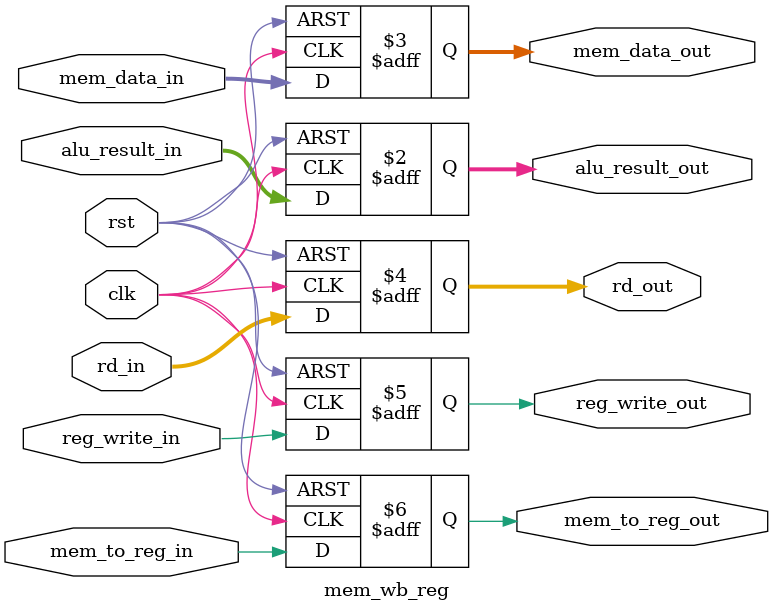
<source format=v>
`timescale 1ns / 1ps


module mem_wb_reg (
    input  wire        clk,
    input  wire        rst,
    input  wire [31:0] alu_result_in,
    input  wire [31:0] mem_data_in,
    input  wire [4:0]  rd_in,
    input  wire        reg_write_in,
    input  wire        mem_to_reg_in,
    output reg  [31:0] alu_result_out,
    output reg  [31:0] mem_data_out,
    output reg  [4:0]  rd_out,
    output reg         reg_write_out,
    output reg         mem_to_reg_out
);
    always @(posedge clk or posedge rst) begin
        if (rst) begin
            alu_result_out <= 32'b0;
            mem_data_out   <= 32'b0;
            rd_out         <= 5'b0;
            reg_write_out  <= 1'b0;
            mem_to_reg_out <= 1'b0;
        end else begin
            alu_result_out <= alu_result_in;
            mem_data_out   <= mem_data_in;
            rd_out         <= rd_in;
            reg_write_out  <= reg_write_in;
            mem_to_reg_out <= mem_to_reg_in;
        end
    end
endmodule

</source>
